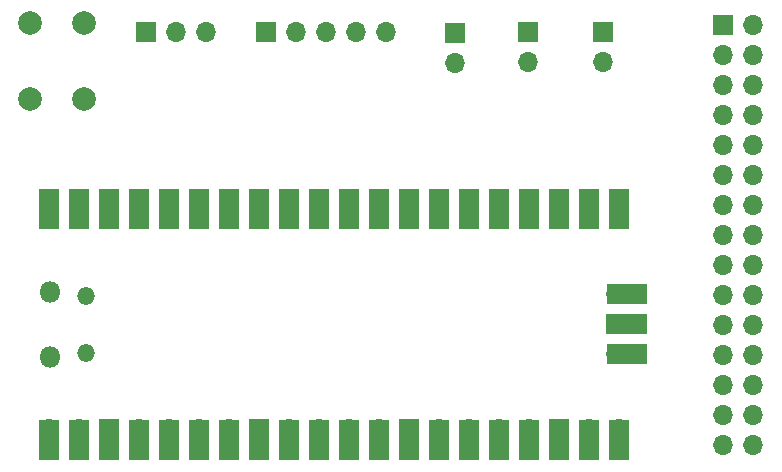
<source format=gts>
G04 #@! TF.GenerationSoftware,KiCad,Pcbnew,6.0.8-f2edbf62ab~116~ubuntu22.04.1*
G04 #@! TF.CreationDate,2022-11-21T12:08:00-08:00*
G04 #@! TF.ProjectId,pico_pmod_host,7069636f-5f70-46d6-9f64-5f686f73742e,v0.1*
G04 #@! TF.SameCoordinates,Original*
G04 #@! TF.FileFunction,Soldermask,Top*
G04 #@! TF.FilePolarity,Negative*
%FSLAX46Y46*%
G04 Gerber Fmt 4.6, Leading zero omitted, Abs format (unit mm)*
G04 Created by KiCad (PCBNEW 6.0.8-f2edbf62ab~116~ubuntu22.04.1) date 2022-11-21 12:08:00*
%MOMM*%
%LPD*%
G01*
G04 APERTURE LIST*
%ADD10O,1.800000X1.800000*%
%ADD11O,1.500000X1.500000*%
%ADD12R,1.700000X3.500000*%
%ADD13O,1.700000X1.700000*%
%ADD14R,1.700000X1.700000*%
%ADD15R,3.500000X1.700000*%
%ADD16C,2.000000*%
G04 APERTURE END LIST*
D10*
G04 #@! TO.C,U1*
X118265400Y-99510000D03*
D11*
X121295400Y-99810000D03*
X121295400Y-104660000D03*
D10*
X118265400Y-104960000D03*
D12*
X118135400Y-112025000D03*
D13*
X118135400Y-111125000D03*
X120675400Y-111125000D03*
D12*
X120675400Y-112025000D03*
X123215400Y-112025000D03*
D14*
X123215400Y-111125000D03*
D13*
X125755400Y-111125000D03*
D12*
X125755400Y-112025000D03*
X128295400Y-112025000D03*
D13*
X128295400Y-111125000D03*
X130835400Y-111125000D03*
D12*
X130835400Y-112025000D03*
D13*
X133375400Y-111125000D03*
D12*
X133375400Y-112025000D03*
X135915400Y-112025000D03*
D14*
X135915400Y-111125000D03*
D13*
X138455400Y-111125000D03*
D12*
X138455400Y-112025000D03*
D13*
X140995400Y-111125000D03*
D12*
X140995400Y-112025000D03*
X143535400Y-112025000D03*
D13*
X143535400Y-111125000D03*
D12*
X146075400Y-112025000D03*
D13*
X146075400Y-111125000D03*
D12*
X148615400Y-112025000D03*
D14*
X148615400Y-111125000D03*
D13*
X151155400Y-111125000D03*
D12*
X151155400Y-112025000D03*
X153695400Y-112025000D03*
D13*
X153695400Y-111125000D03*
X156235400Y-111125000D03*
D12*
X156235400Y-112025000D03*
X158775400Y-112025000D03*
D13*
X158775400Y-111125000D03*
D14*
X161315400Y-111125000D03*
D12*
X161315400Y-112025000D03*
D13*
X163855400Y-111125000D03*
D12*
X163855400Y-112025000D03*
X166395400Y-112025000D03*
D13*
X166395400Y-111125000D03*
D12*
X166395400Y-92445000D03*
D13*
X166395400Y-93345000D03*
X163855400Y-93345000D03*
D12*
X163855400Y-92445000D03*
X161315400Y-92445000D03*
D14*
X161315400Y-93345000D03*
D13*
X158775400Y-93345000D03*
D12*
X158775400Y-92445000D03*
D13*
X156235400Y-93345000D03*
D12*
X156235400Y-92445000D03*
X153695400Y-92445000D03*
D13*
X153695400Y-93345000D03*
X151155400Y-93345000D03*
D12*
X151155400Y-92445000D03*
X148615400Y-92445000D03*
D14*
X148615400Y-93345000D03*
D12*
X146075400Y-92445000D03*
D13*
X146075400Y-93345000D03*
X143535400Y-93345000D03*
D12*
X143535400Y-92445000D03*
D13*
X140995400Y-93345000D03*
D12*
X140995400Y-92445000D03*
X138455400Y-92445000D03*
D13*
X138455400Y-93345000D03*
D14*
X135915400Y-93345000D03*
D12*
X135915400Y-92445000D03*
D13*
X133375400Y-93345000D03*
D12*
X133375400Y-92445000D03*
X130835400Y-92445000D03*
D13*
X130835400Y-93345000D03*
D12*
X128295400Y-92445000D03*
D13*
X128295400Y-93345000D03*
D12*
X125755400Y-92445000D03*
D13*
X125755400Y-93345000D03*
D14*
X123215400Y-93345000D03*
D12*
X123215400Y-92445000D03*
X120675400Y-92445000D03*
D13*
X120675400Y-93345000D03*
X118135400Y-93345000D03*
D12*
X118135400Y-92445000D03*
D13*
X166165400Y-104775000D03*
D15*
X167065400Y-104775000D03*
X167065400Y-102235000D03*
D14*
X166165400Y-102235000D03*
D13*
X166165400Y-99695000D03*
D15*
X167065400Y-99695000D03*
G04 #@! TD*
D14*
G04 #@! TO.C,J1*
X175260000Y-76873100D03*
D13*
X177800000Y-76873100D03*
X175260000Y-79413100D03*
X177800000Y-79413100D03*
X175260000Y-81953100D03*
X177800000Y-81953100D03*
X175260000Y-84493100D03*
X177800000Y-84493100D03*
X175260000Y-87033100D03*
X177800000Y-87033100D03*
X175260000Y-89573100D03*
X177800000Y-89573100D03*
X175260000Y-92113100D03*
X177800000Y-92113100D03*
X175260000Y-94653100D03*
X177800000Y-94653100D03*
X175260000Y-97193100D03*
X177800000Y-97193100D03*
X175260000Y-99733100D03*
X177800000Y-99733100D03*
X175260000Y-102273100D03*
X177800000Y-102273100D03*
X175260000Y-104813100D03*
X177800000Y-104813100D03*
X175260000Y-107353100D03*
X177800000Y-107353100D03*
X175260000Y-109893100D03*
X177800000Y-109893100D03*
X175260000Y-112433100D03*
X177800000Y-112433100D03*
G04 #@! TD*
D14*
G04 #@! TO.C,J2*
X152527000Y-77597000D03*
D13*
X152527000Y-80137000D03*
G04 #@! TD*
D14*
G04 #@! TO.C,J3*
X158750000Y-77470000D03*
D13*
X158750000Y-80010000D03*
G04 #@! TD*
D14*
G04 #@! TO.C,J4*
X165100000Y-77470000D03*
D13*
X165100000Y-80010000D03*
G04 #@! TD*
D14*
G04 #@! TO.C,J5*
X126365000Y-77470000D03*
D13*
X128905000Y-77470000D03*
X131445000Y-77470000D03*
G04 #@! TD*
D14*
G04 #@! TO.C,J7*
X136525000Y-77470000D03*
D13*
X139065000Y-77470000D03*
X141605000Y-77470000D03*
X144145000Y-77470000D03*
X146685000Y-77470000D03*
G04 #@! TD*
D16*
G04 #@! TO.C,SW1*
X116586000Y-83185000D03*
X116586000Y-76685000D03*
X121086000Y-83185000D03*
X121086000Y-76685000D03*
G04 #@! TD*
M02*

</source>
